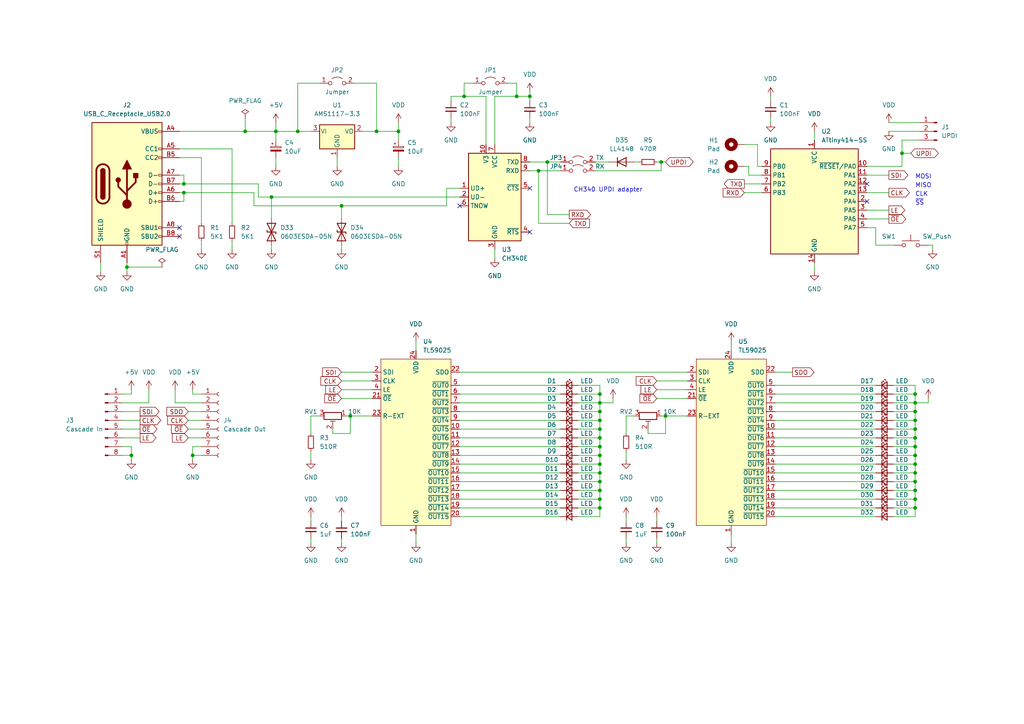
<source format=kicad_sch>
(kicad_sch (version 20211123) (generator eeschema)
  (paper "A4")
  (title_block (title "TL59025 Devboard") (date "2022-09-18") (rev "1") (company "Sleepy Pony Labs"))
  (junction (at 265.43 137.16))
  (junction (at 265.43 116.84))
  (junction (at 134.62 27.94))
  (junction (at 156.21 49.53))
  (junction (at 173.99 121.92))
  (junction (at 265.43 119.38))
  (junction (at 191.77 46.99))
  (junction (at 78.74 57.15))
  (junction (at 173.99 142.24))
  (junction (at 265.43 132.08))
  (junction (at 71.12 38.1))
  (junction (at 265.43 134.62))
  (junction (at 173.99 129.54))
  (junction (at 261.62 44.45))
  (junction (at 173.99 137.16))
  (junction (at 173.99 134.62))
  (junction (at 265.43 144.78))
  (junction (at 158.75 46.99))
  (junction (at 153.67 27.94))
  (junction (at 38.1 132.08))
  (junction (at 173.99 127))
  (junction (at 265.43 139.7))
  (junction (at 53.34 53.34))
  (junction (at 109.22 38.1))
  (junction (at 265.43 121.92))
  (junction (at 173.99 147.32))
  (junction (at 265.43 129.54))
  (junction (at 101.6 120.65))
  (junction (at 53.34 55.88))
  (junction (at 265.43 142.24))
  (junction (at 55.88 132.08))
  (junction (at 173.99 116.84))
  (junction (at 149.86 27.94))
  (junction (at 173.99 132.08))
  (junction (at 173.99 119.38))
  (junction (at 265.43 147.32))
  (junction (at 173.99 139.7))
  (junction (at 173.99 114.3))
  (junction (at 86.36 38.1))
  (junction (at 115.57 38.1))
  (junction (at 265.43 124.46))
  (junction (at 173.99 144.78))
  (junction (at 80.01 38.1))
  (junction (at 99.06 59.69))
  (junction (at 193.04 120.65))
  (junction (at 265.43 127))
  (junction (at 36.83 77.47))
  (junction (at 265.43 114.3))
  (junction (at 173.99 124.46))
  (no_connect (at 251.46 58.42))
  (no_connect (at 52.07 66.04))
  (no_connect (at 52.07 68.58))
  (no_connect (at 133.35 59.69))
  (no_connect (at 153.67 54.61))
  (no_connect (at 153.67 67.31))
  (no_connect (at 251.46 53.34))
  (wire (pts (xy 38.1 132.08) (xy 38.1 133.35)))
  (wire (pts (xy 73.66 59.69) (xy 99.06 59.69)))
  (wire (pts (xy 133.35 134.62) (xy 162.56 134.62)))
  (wire (pts (xy 224.79 149.86) (xy 254 149.86)))
  (wire (pts (xy 153.67 27.94) (xy 153.67 29.21)))
  (wire (pts (xy 86.36 24.13) (xy 86.36 38.1)))
  (wire (pts (xy 265.43 116.84) (xy 269.24 116.84)))
  (wire (pts (xy 212.09 99.06) (xy 212.09 101.6)))
  (wire (pts (xy 35.56 116.84) (xy 43.18 116.84)))
  (wire (pts (xy 143.51 27.94) (xy 143.51 41.91)))
  (wire (pts (xy 265.43 121.92) (xy 265.43 124.46)))
  (wire (pts (xy 52.07 45.72) (xy 58.42 45.72)))
  (wire (pts (xy 92.71 24.13) (xy 86.36 24.13)))
  (wire (pts (xy 96.52 124.46) (xy 96.52 125.73)))
  (wire (pts (xy 35.56 124.46) (xy 40.64 124.46)))
  (wire (pts (xy 173.99 149.86) (xy 167.64 149.86)))
  (wire (pts (xy 133.35 121.92) (xy 162.56 121.92)))
  (wire (pts (xy 97.79 45.72) (xy 97.79 48.26)))
  (wire (pts (xy 173.99 116.84) (xy 173.99 119.38)))
  (wire (pts (xy 173.99 137.16) (xy 173.99 139.7)))
  (wire (pts (xy 133.35 129.54) (xy 162.56 129.54)))
  (wire (pts (xy 191.77 46.99) (xy 193.04 46.99)))
  (wire (pts (xy 191.77 49.53) (xy 191.77 46.99)))
  (wire (pts (xy 269.24 71.12) (xy 270.51 71.12)))
  (wire (pts (xy 190.5 110.49) (xy 199.39 110.49)))
  (wire (pts (xy 129.54 54.61) (xy 133.35 54.61)))
  (wire (pts (xy 52.07 38.1) (xy 71.12 38.1)))
  (wire (pts (xy 265.43 119.38) (xy 265.43 121.92)))
  (wire (pts (xy 257.81 38.1) (xy 266.7 38.1)))
  (wire (pts (xy 190.5 149.86) (xy 190.5 151.13)))
  (wire (pts (xy 251.46 55.88) (xy 257.81 55.88)))
  (wire (pts (xy 38.1 114.3) (xy 38.1 113.03)))
  (wire (pts (xy 80.01 38.1) (xy 80.01 40.64)))
  (wire (pts (xy 35.56 119.38) (xy 40.64 119.38)))
  (wire (pts (xy 35.56 114.3) (xy 38.1 114.3)))
  (wire (pts (xy 35.56 121.92) (xy 40.64 121.92)))
  (wire (pts (xy 133.35 114.3) (xy 162.56 114.3)))
  (wire (pts (xy 74.93 57.15) (xy 78.74 57.15)))
  (wire (pts (xy 259.08 129.54) (xy 265.43 129.54)))
  (wire (pts (xy 38.1 129.54) (xy 38.1 132.08)))
  (wire (pts (xy 193.04 125.73) (xy 193.04 120.65)))
  (wire (pts (xy 167.64 124.46) (xy 173.99 124.46)))
  (wire (pts (xy 173.99 119.38) (xy 173.99 121.92)))
  (wire (pts (xy 99.06 107.95) (xy 107.95 107.95)))
  (wire (pts (xy 153.67 49.53) (xy 156.21 49.53)))
  (wire (pts (xy 173.99 114.3) (xy 173.99 116.84)))
  (wire (pts (xy 187.96 124.46) (xy 187.96 125.73)))
  (wire (pts (xy 265.43 137.16) (xy 265.43 139.7)))
  (wire (pts (xy 251.46 48.26) (xy 261.62 48.26)))
  (wire (pts (xy 158.75 62.23) (xy 165.1 62.23)))
  (wire (pts (xy 181.61 149.86) (xy 181.61 151.13)))
  (wire (pts (xy 265.43 139.7) (xy 265.43 142.24)))
  (wire (pts (xy 167.64 116.84) (xy 173.99 116.84)))
  (wire (pts (xy 181.61 130.81) (xy 181.61 133.35)))
  (wire (pts (xy 35.56 132.08) (xy 38.1 132.08)))
  (wire (pts (xy 100.33 120.65) (xy 101.6 120.65)))
  (wire (pts (xy 99.06 113.03) (xy 107.95 113.03)))
  (wire (pts (xy 261.62 44.45) (xy 261.62 40.64)))
  (wire (pts (xy 149.86 24.13) (xy 149.86 27.94)))
  (wire (pts (xy 115.57 35.56) (xy 115.57 38.1)))
  (wire (pts (xy 187.96 125.73) (xy 193.04 125.73)))
  (wire (pts (xy 74.93 53.34) (xy 74.93 57.15)))
  (wire (pts (xy 99.06 149.86) (xy 99.06 151.13)))
  (wire (pts (xy 224.79 107.95) (xy 229.87 107.95)))
  (wire (pts (xy 156.21 49.53) (xy 156.21 64.77)))
  (wire (pts (xy 90.17 120.65) (xy 90.17 125.73)))
  (wire (pts (xy 55.88 114.3) (xy 55.88 113.03)))
  (wire (pts (xy 184.15 46.99) (xy 185.42 46.99)))
  (wire (pts (xy 173.99 134.62) (xy 173.99 137.16)))
  (wire (pts (xy 193.04 120.65) (xy 199.39 120.65)))
  (wire (pts (xy 153.67 26.67) (xy 153.67 27.94)))
  (wire (pts (xy 102.87 24.13) (xy 109.22 24.13)))
  (wire (pts (xy 181.61 120.65) (xy 181.61 125.73)))
  (wire (pts (xy 259.08 127) (xy 265.43 127)))
  (wire (pts (xy 173.99 116.84) (xy 177.8 116.84)))
  (wire (pts (xy 224.79 119.38) (xy 254 119.38)))
  (wire (pts (xy 224.79 111.76) (xy 254 111.76)))
  (wire (pts (xy 212.09 154.94) (xy 212.09 157.48)))
  (wire (pts (xy 140.97 27.94) (xy 140.97 41.91)))
  (wire (pts (xy 58.42 69.85) (xy 58.42 72.39)))
  (wire (pts (xy 96.52 125.73) (xy 101.6 125.73)))
  (wire (pts (xy 217.17 50.8) (xy 220.98 50.8)))
  (wire (pts (xy 167.64 144.78) (xy 173.99 144.78)))
  (wire (pts (xy 224.79 137.16) (xy 254 137.16)))
  (wire (pts (xy 190.5 113.03) (xy 199.39 113.03)))
  (wire (pts (xy 251.46 50.8) (xy 257.81 50.8)))
  (wire (pts (xy 36.83 77.47) (xy 36.83 78.74)))
  (wire (pts (xy 257.81 35.56) (xy 266.7 35.56)))
  (wire (pts (xy 173.99 127) (xy 173.99 129.54)))
  (wire (pts (xy 224.79 139.7) (xy 254 139.7)))
  (wire (pts (xy 236.22 38.1) (xy 236.22 40.64)))
  (wire (pts (xy 224.79 127) (xy 254 127)))
  (wire (pts (xy 158.75 46.99) (xy 162.56 46.99)))
  (wire (pts (xy 269.24 116.84) (xy 269.24 115.57)))
  (wire (pts (xy 53.34 55.88) (xy 73.66 55.88)))
  (wire (pts (xy 133.35 149.86) (xy 162.56 149.86)))
  (wire (pts (xy 92.71 120.65) (xy 90.17 120.65)))
  (wire (pts (xy 259.08 142.24) (xy 265.43 142.24)))
  (wire (pts (xy 167.64 119.38) (xy 173.99 119.38)))
  (wire (pts (xy 134.62 27.94) (xy 140.97 27.94)))
  (wire (pts (xy 78.74 57.15) (xy 78.74 63.5)))
  (wire (pts (xy 167.64 121.92) (xy 173.99 121.92)))
  (wire (pts (xy 78.74 71.12) (xy 78.74 72.39)))
  (wire (pts (xy 261.62 40.64) (xy 266.7 40.64)))
  (wire (pts (xy 153.67 34.29) (xy 153.67 35.56)))
  (wire (pts (xy 224.79 124.46) (xy 254 124.46)))
  (wire (pts (xy 251.46 63.5) (xy 257.81 63.5)))
  (wire (pts (xy 133.35 111.76) (xy 162.56 111.76)))
  (wire (pts (xy 133.35 137.16) (xy 162.56 137.16)))
  (wire (pts (xy 130.81 27.94) (xy 134.62 27.94)))
  (wire (pts (xy 133.35 147.32) (xy 162.56 147.32)))
  (wire (pts (xy 137.16 24.13) (xy 134.62 24.13)))
  (wire (pts (xy 167.64 139.7) (xy 173.99 139.7)))
  (wire (pts (xy 219.71 48.26) (xy 220.98 48.26)))
  (wire (pts (xy 58.42 129.54) (xy 55.88 129.54)))
  (wire (pts (xy 167.64 142.24) (xy 173.99 142.24)))
  (wire (pts (xy 259.08 121.92) (xy 265.43 121.92)))
  (wire (pts (xy 52.07 43.18) (xy 67.31 43.18)))
  (wire (pts (xy 265.43 132.08) (xy 265.43 134.62)))
  (wire (pts (xy 101.6 125.73) (xy 101.6 120.65)))
  (wire (pts (xy 80.01 45.72) (xy 80.01 48.26)))
  (wire (pts (xy 86.36 38.1) (xy 90.17 38.1)))
  (wire (pts (xy 224.79 142.24) (xy 254 142.24)))
  (wire (pts (xy 190.5 46.99) (xy 191.77 46.99)))
  (wire (pts (xy 265.43 127) (xy 265.43 129.54)))
  (wire (pts (xy 173.99 124.46) (xy 173.99 127)))
  (wire (pts (xy 147.32 24.13) (xy 149.86 24.13)))
  (wire (pts (xy 172.72 46.99) (xy 176.53 46.99)))
  (wire (pts (xy 172.72 49.53) (xy 191.77 49.53)))
  (wire (pts (xy 58.42 114.3) (xy 55.88 114.3)))
  (wire (pts (xy 217.17 48.26) (xy 217.17 50.8)))
  (wire (pts (xy 133.35 142.24) (xy 162.56 142.24)))
  (wire (pts (xy 259.08 139.7) (xy 265.43 139.7)))
  (wire (pts (xy 265.43 147.32) (xy 265.43 149.86)))
  (wire (pts (xy 167.64 147.32) (xy 173.99 147.32)))
  (wire (pts (xy 265.43 111.76) (xy 265.43 114.3)))
  (wire (pts (xy 215.9 53.34) (xy 220.98 53.34)))
  (wire (pts (xy 224.79 132.08) (xy 254 132.08)))
  (wire (pts (xy 109.22 24.13) (xy 109.22 38.1)))
  (wire (pts (xy 265.43 124.46) (xy 265.43 127)))
  (wire (pts (xy 167.64 137.16) (xy 173.99 137.16)))
  (wire (pts (xy 215.9 48.26) (xy 217.17 48.26)))
  (wire (pts (xy 133.35 116.84) (xy 162.56 116.84)))
  (wire (pts (xy 224.79 116.84) (xy 254 116.84)))
  (wire (pts (xy 53.34 53.34) (xy 74.93 53.34)))
  (wire (pts (xy 133.35 107.95) (xy 199.39 107.95)))
  (wire (pts (xy 259.08 119.38) (xy 265.43 119.38)))
  (wire (pts (xy 101.6 120.65) (xy 107.95 120.65)))
  (wire (pts (xy 35.56 129.54) (xy 38.1 129.54)))
  (wire (pts (xy 58.42 45.72) (xy 58.42 64.77)))
  (wire (pts (xy 67.31 43.18) (xy 67.31 64.77)))
  (wire (pts (xy 173.99 139.7) (xy 173.99 142.24)))
  (wire (pts (xy 52.07 53.34) (xy 53.34 53.34)))
  (wire (pts (xy 224.79 121.92) (xy 254 121.92)))
  (wire (pts (xy 99.06 71.12) (xy 99.06 72.39)))
  (wire (pts (xy 54.61 124.46) (xy 58.42 124.46)))
  (wire (pts (xy 236.22 76.2) (xy 236.22 78.74)))
  (wire (pts (xy 58.42 116.84) (xy 50.8 116.84)))
  (wire (pts (xy 133.35 124.46) (xy 162.56 124.46)))
  (wire (pts (xy 90.17 156.21) (xy 90.17 157.48)))
  (wire (pts (xy 55.88 132.08) (xy 58.42 132.08)))
  (wire (pts (xy 115.57 38.1) (xy 115.57 40.64)))
  (wire (pts (xy 53.34 55.88) (xy 53.34 58.42)))
  (wire (pts (xy 167.64 111.76) (xy 173.99 111.76)))
  (wire (pts (xy 90.17 149.86) (xy 90.17 151.13)))
  (wire (pts (xy 130.81 34.29) (xy 130.81 35.56)))
  (wire (pts (xy 36.83 76.2) (xy 36.83 77.47)))
  (wire (pts (xy 177.8 116.84) (xy 177.8 115.57)))
  (wire (pts (xy 270.51 71.12) (xy 270.51 72.39)))
  (wire (pts (xy 173.99 111.76) (xy 173.99 114.3)))
  (wire (pts (xy 105.41 38.1) (xy 109.22 38.1)))
  (wire (pts (xy 153.67 27.94) (xy 149.86 27.94)))
  (wire (pts (xy 130.81 29.21) (xy 130.81 27.94)))
  (wire (pts (xy 71.12 34.29) (xy 71.12 38.1)))
  (wire (pts (xy 153.67 46.99) (xy 158.75 46.99)))
  (wire (pts (xy 129.54 59.69) (xy 129.54 54.61)))
  (wire (pts (xy 43.18 116.84) (xy 43.18 113.03)))
  (wire (pts (xy 265.43 149.86) (xy 259.08 149.86)))
  (wire (pts (xy 156.21 64.77) (xy 165.1 64.77)))
  (wire (pts (xy 158.75 46.99) (xy 158.75 62.23)))
  (wire (pts (xy 133.35 132.08) (xy 162.56 132.08)))
  (wire (pts (xy 224.79 147.32) (xy 254 147.32)))
  (wire (pts (xy 35.56 127) (xy 40.64 127)))
  (wire (pts (xy 259.08 134.62) (xy 265.43 134.62)))
  (wire (pts (xy 265.43 142.24) (xy 265.43 144.78)))
  (wire (pts (xy 29.21 76.2) (xy 29.21 78.74)))
  (wire (pts (xy 259.08 124.46) (xy 265.43 124.46)))
  (wire (pts (xy 133.35 127) (xy 162.56 127)))
  (wire (pts (xy 223.52 34.29) (xy 223.52 35.56)))
  (wire (pts (xy 80.01 38.1) (xy 86.36 38.1)))
  (wire (pts (xy 259.08 116.84) (xy 265.43 116.84)))
  (wire (pts (xy 99.06 59.69) (xy 99.06 63.5)))
  (wire (pts (xy 55.88 132.08) (xy 55.88 133.35)))
  (wire (pts (xy 99.06 156.21) (xy 99.06 157.48)))
  (wire (pts (xy 71.12 38.1) (xy 80.01 38.1)))
  (wire (pts (xy 67.31 69.85) (xy 67.31 72.39)))
  (wire (pts (xy 193.04 120.65) (xy 191.77 120.65)))
  (wire (pts (xy 115.57 45.72) (xy 115.57 48.26)))
  (wire (pts (xy 99.06 59.69) (xy 129.54 59.69)))
  (wire (pts (xy 120.65 99.06) (xy 120.65 101.6)))
  (wire (pts (xy 173.99 147.32) (xy 173.99 149.86)))
  (wire (pts (xy 90.17 130.81) (xy 90.17 133.35)))
  (wire (pts (xy 53.34 50.8) (xy 53.34 53.34)))
  (wire (pts (xy 265.43 134.62) (xy 265.43 137.16)))
  (wire (pts (xy 36.83 77.47) (xy 46.99 77.47)))
  (wire (pts (xy 99.06 115.57) (xy 107.95 115.57)))
  (wire (pts (xy 143.51 72.39) (xy 143.51 74.93)))
  (wire (pts (xy 259.08 137.16) (xy 265.43 137.16)))
  (wire (pts (xy 190.5 156.21) (xy 190.5 157.48)))
  (wire (pts (xy 99.06 110.49) (xy 107.95 110.49)))
  (wire (pts (xy 54.61 121.92) (xy 58.42 121.92)))
  (wire (pts (xy 224.79 134.62) (xy 254 134.62)))
  (wire (pts (xy 167.64 132.08) (xy 173.99 132.08)))
  (wire (pts (xy 259.08 114.3) (xy 265.43 114.3)))
  (wire (pts (xy 251.46 66.04) (xy 254 66.04)))
  (wire (pts (xy 224.79 144.78) (xy 254 144.78)))
  (wire (pts (xy 54.61 119.38) (xy 58.42 119.38)))
  (wire (pts (xy 167.64 127) (xy 173.99 127)))
  (wire (pts (xy 109.22 38.1) (xy 115.57 38.1)))
  (wire (pts (xy 265.43 116.84) (xy 265.43 119.38)))
  (wire (pts (xy 134.62 24.13) (xy 134.62 27.94)))
  (wire (pts (xy 173.99 121.92) (xy 173.99 124.46)))
  (wire (pts (xy 173.99 144.78) (xy 173.99 147.32)))
  (wire (pts (xy 224.79 114.3) (xy 254 114.3)))
  (wire (pts (xy 223.52 27.94) (xy 223.52 29.21)))
  (wire (pts (xy 215.9 55.88) (xy 220.98 55.88)))
  (wire (pts (xy 120.65 154.94) (xy 120.65 157.48)))
  (wire (pts (xy 133.35 119.38) (xy 162.56 119.38)))
  (wire (pts (xy 215.9 41.91) (xy 219.71 41.91)))
  (wire (pts (xy 259.08 132.08) (xy 265.43 132.08)))
  (wire (pts (xy 73.66 55.88) (xy 73.66 59.69)))
  (wire (pts (xy 173.99 129.54) (xy 173.99 132.08)))
  (wire (pts (xy 50.8 116.84) (xy 50.8 113.03)))
  (wire (pts (xy 133.35 144.78) (xy 162.56 144.78)))
  (wire (pts (xy 52.07 50.8) (xy 53.34 50.8)))
  (wire (pts (xy 173.99 142.24) (xy 173.99 144.78)))
  (wire (pts (xy 53.34 58.42) (xy 52.07 58.42)))
  (wire (pts (xy 167.64 134.62) (xy 173.99 134.62)))
  (wire (pts (xy 254 66.04) (xy 254 71.12)))
  (wire (pts (xy 224.79 129.54) (xy 254 129.54)))
  (wire (pts (xy 181.61 156.21) (xy 181.61 157.48)))
  (wire (pts (xy 78.74 57.15) (xy 133.35 57.15)))
  (wire (pts (xy 156.21 49.53) (xy 162.56 49.53)))
  (wire (pts (xy 265.43 114.3) (xy 265.43 116.84)))
  (wire (pts (xy 251.46 60.96) (xy 257.81 60.96)))
  (wire (pts (xy 133.35 139.7) (xy 162.56 139.7)))
  (wire (pts (xy 184.15 120.65) (xy 181.61 120.65)))
  (wire (pts (xy 259.08 111.76) (xy 265.43 111.76)))
  (wire (pts (xy 259.08 147.32) (xy 265.43 147.32)))
  (wire (pts (xy 54.61 127) (xy 58.42 127)))
  (wire (pts (xy 52.07 55.88) (xy 53.34 55.88)))
  (wire (pts (xy 55.88 129.54) (xy 55.88 132.08)))
  (wire (pts (xy 173.99 132.08) (xy 173.99 134.62)))
  (wire (pts (xy 254 71.12) (xy 259.08 71.12)))
  (wire (pts (xy 265.43 129.54) (xy 265.43 132.08)))
  (wire (pts (xy 261.62 44.45) (xy 264.16 44.45)))
  (wire (pts (xy 259.08 144.78) (xy 265.43 144.78)))
  (wire (pts (xy 149.86 27.94) (xy 143.51 27.94)))
  (wire (pts (xy 167.64 129.54) (xy 173.99 129.54)))
  (wire (pts (xy 190.5 115.57) (xy 199.39 115.57)))
  (wire (pts (xy 261.62 48.26) (xy 261.62 44.45)))
  (wire (pts (xy 219.71 41.91) (xy 219.71 48.26)))
  (wire (pts (xy 80.01 35.56) (xy 80.01 38.1)))
  (wire (pts (xy 265.43 144.78) (xy 265.43 147.32)))
  (wire (pts (xy 167.64 114.3) (xy 173.99 114.3)))
  (text "~{SS}" (at 265.43 59.69 0) (effects (font (size 1.27 1.27)) (justify left bottom)))
  (text "CH340 UPDI adapter" (at 166.37 55.88 0) (effects (font (size 1.27 1.27)) (justify left bottom)))
  (text "CLK" (at 265.43 57.15 0) (effects (font (size 1.27 1.27)) (justify left bottom)))
  (text "MISO" (at 265.43 54.61 0) (effects (font (size 1.27 1.27)) (justify left bottom)))
  (text "MOSI" (at 265.43 52.07 0) (effects (font (size 1.27 1.27)) (justify left bottom)))
  (global_label "TXD" (shape output) (at 215.9 53.34 180) (property "Intersheet References" "${INTERSHEET_REFS}" (effects hide)))
  (global_label "LE" (shape input) (at 190.5 113.03 180) (property "Intersheet References" "${INTERSHEET_REFS}" (effects hide)))
  (global_label "CLK" (shape input) (at 99.06 110.49 180) (property "Intersheet References" "${INTERSHEET_REFS}" (effects hide)))
  (global_label "CLK" (shape input) (at 54.61 121.92 180) (property "Intersheet References" "${INTERSHEET_REFS}" (effects hide)))
  (global_label "CLK" (shape input) (at 190.5 110.49 180) (property "Intersheet References" "${INTERSHEET_REFS}" (effects hide)))
  (global_label "~{OE}" (shape input) (at 99.06 115.57 180) (property "Intersheet References" "${INTERSHEET_REFS}" (effects hide)))
  (global_label "TXD" (shape input) (at 165.1 64.77 0) (property "Intersheet References" "${INTERSHEET_REFS}" (effects hide)))
  (global_label "SDO" (shape input) (at 54.61 119.38 180) (property "Intersheet References" "${INTERSHEET_REFS}" (effects hide)))
  (global_label "SDI" (shape output) (at 40.64 119.38 0) (property "Intersheet References" "${INTERSHEET_REFS}" (effects hide)))
  (global_label "CLK" (shape output) (at 257.81 55.88 0) (property "Intersheet References" "${INTERSHEET_REFS}" (effects hide)))
  (global_label "LE" (shape output) (at 257.81 60.96 0) (property "Intersheet References" "${INTERSHEET_REFS}" (effects hide)))
  (global_label "LE" (shape input) (at 99.06 113.03 180) (property "Intersheet References" "${INTERSHEET_REFS}" (effects hide)))
  (global_label "SDI" (shape input) (at 99.06 107.95 180) (property "Intersheet References" "${INTERSHEET_REFS}" (effects hide)))
  (global_label "RXD" (shape output) (at 165.1 62.23 0) (property "Intersheet References" "${INTERSHEET_REFS}" (effects hide)))
  (global_label "~{OE}" (shape output) (at 40.64 124.46 0) (property "Intersheet References" "${INTERSHEET_REFS}" (effects hide)))
  (global_label "UPDI" (shape bidirectional) (at 193.04 46.99 0) (property "Intersheet References" "${INTERSHEET_REFS}" (effects hide)))
  (global_label "~{OE}" (shape input) (at 190.5 115.57 180) (property "Intersheet References" "${INTERSHEET_REFS}" (effects hide)))
  (global_label "RXD" (shape input) (at 215.9 55.88 180) (property "Intersheet References" "${INTERSHEET_REFS}" (effects hide)))
  (global_label "~{OE}" (shape output) (at 257.81 63.5 0) (property "Intersheet References" "${INTERSHEET_REFS}" (effects hide)))
  (global_label "LE" (shape output) (at 40.64 127 0) (property "Intersheet References" "${INTERSHEET_REFS}" (effects hide)))
  (global_label "SDI" (shape output) (at 257.81 50.8 0) (property "Intersheet References" "${INTERSHEET_REFS}" (effects hide)))
  (global_label "SDO" (shape output) (at 229.87 107.95 0) (property "Intersheet References" "${INTERSHEET_REFS}" (effects hide)))
  (global_label "CLK" (shape output) (at 40.64 121.92 0) (property "Intersheet References" "${INTERSHEET_REFS}" (effects hide)))
  (global_label "~{OE}" (shape input) (at 54.61 124.46 180) (property "Intersheet References" "${INTERSHEET_REFS}" (effects hide)))
  (global_label "UPDI" (shape bidirectional) (at 264.16 44.45 0) (property "Intersheet References" "${INTERSHEET_REFS}" (effects hide)))
  (global_label "LE" (shape input) (at 54.61 127 180) (property "Intersheet References" "${INTERSHEET_REFS}" (effects hide)))
  (symbol (lib_id "Device:LED_Small") (at 165.1 111.76 0) (unit 1)
    (property "Reference" "D1" (at 160.02 110.49 0))
    (property "Value" "LED" (at 170.18 110.49 0))
    (property "Footprint" "LED_SMD:LED_0805_2012Metric" (effects hide))
  )
  (symbol (lib_id "Device:LED_Small") (at 165.1 134.62 0) (unit 1)
    (property "Reference" "D10" (at 160.02 133.35 0))
    (property "Value" "LED" (at 170.18 133.35 0))
    (property "Footprint" "LED_SMD:LED_0805_2012Metric" (effects hide))
  )
  (symbol (lib_id "power:+5V") (at 55.88 113.03 0) (unit 1)
    (property "Reference" "#PWR0137" (effects hide))
    (property "Value" "+5V" (at 55.88 107.95 0))
  )
  (symbol (lib_id "power:GND") (at 36.83 78.74 0) (unit 1)
    (property "Reference" "#PWR0103" (effects hide))
    (property "Value" "GND" (at 36.83 83.82 0))
  )
  (symbol (lib_id "power:VDD") (at 212.09 99.06 0) (unit 1)
    (property "Reference" "#PWR0125" (effects hide))
    (property "Value" "VDD" (at 212.09 93.98 0))
  )
  (symbol (lib_id "Device:R_Potentiometer_Trim") (at 96.52 120.65 270) (unit 1)
    (property "Reference" "RV1" (at 90.17 119.38 90))
    (property "Value" "10K" (at 102.87 119.38 90))
    (property "Footprint" "3362P:3362P_1" (effects hide))
  )
  (symbol (lib_id "Switch:SW_Push") (at 264.16 71.12 0) (unit 1)
    (property "Reference" "SW1" (at 257.81 68.58 0))
    (property "Value" "SW_Push" (at 271.78 68.58 0))
    (property "Footprint" "TS-1101:TS-1101" (effects hide))
  )
  (symbol (lib_id "Device:C_Small") (at 130.81 31.75 0) (unit 1)
    (property "Reference" "C2" (at 133.35 30.4862 0) (effects (justify left)))
    (property "Value" "100nF" (at 133.35 33.0262 0) (effects (justify left)))
    (property "Footprint" "Capacitor_SMD:C_0603_1608Metric" (effects hide))
  )
  (symbol (lib_id "power:+5V") (at 80.01 35.56 0) (unit 1)
    (property "Reference" "#PWR0105" (effects hide))
    (property "Value" "+5V" (at 80.01 30.48 0))
  )
  (symbol (lib_id "tl59025_devboard:TL59025") (at 120.65 127 0) (unit 1)
    (property "Reference" "U4" (at 122.6694 99.06 0) (effects (justify left)))
    (property "Value" "TL59025" (at 122.6694 101.6 0) (effects (justify left)))
    (property "Footprint" "Package_SO:QSOP-24_3.9x8.7mm_P0.635mm" (effects hide))
  )
  (symbol (lib_id "power:GND") (at 29.21 78.74 0) (unit 1)
    (property "Reference" "#PWR0104" (effects hide))
    (property "Value" "GND" (at 29.21 83.82 0))
  )
  (symbol (lib_id "Diode:LL4148") (at 180.34 46.99 0) (unit 1)
    (property "Reference" "D35" (at 180.34 40.64 0))
    (property "Value" "LL4148" (at 180.34 43.18 0))
    (property "Footprint" "Diode_SMD:D_MiniMELF" (effects hide))
    (property "Datasheet" "http://www.vishay.com/docs/85557/ll4148.pdf" (effects hide))
  )
  (symbol (lib_id "power:PWR_FLAG") (at 71.12 34.29 0) (unit 1)
    (property "Reference" "#FLG0101" (effects hide))
    (property "Value" "PWR_FLAG" (at 71.12 29.21 0))
  )
  (symbol (lib_id "power:GND") (at 99.06 157.48 0) (unit 1)
    (property "Reference" "#PWR0123" (effects hide))
    (property "Value" "GND" (at 99.06 162.56 0))
  )
  (symbol (lib_id "Device:R_Small") (at 67.31 67.31 0) (unit 1)
    (property "Reference" "R2" (at 69.85 66.0399 0) (effects (justify left)))
    (property "Value" "5K1" (at 69.85 68.5799 0) (effects (justify left)))
    (property "Footprint" "Resistor_SMD:R_0603_1608Metric" (effects hide))
  )
  (symbol (lib_id "Connector:Conn_01x08_Male") (at 30.48 121.92 0) (unit 1)
    (property "Reference" "J3" (at 19.05 121.92 0) (effects (justify left)))
    (property "Value" "Cascade In" (at 19.05 124.46 0) (effects (justify left)))
    (property "Footprint" "Connector_PinHeader_2.54mm:PinHeader_1x08_P2.54mm_Vertical" (effects hide))
  )
  (symbol (lib_id "Device:LED_Small") (at 165.1 129.54 0) (unit 1)
    (property "Reference" "D8" (at 160.02 128.27 0))
    (property "Value" "LED" (at 170.18 128.27 0))
    (property "Footprint" "LED_SMD:LED_0805_2012Metric" (effects hide))
  )
  (symbol (lib_id "Device:C_Small") (at 90.17 153.67 0) (unit 1)
    (property "Reference" "C6" (at 92.71 152.4062 0) (effects (justify left)))
    (property "Value" "1uF" (at 92.71 154.9462 0) (effects (justify left)))
    (property "Footprint" "Capacitor_SMD:C_0603_1608Metric" (effects hide))
  )
  (symbol (lib_id "Device:C_Small") (at 99.06 153.67 0) (unit 1)
    (property "Reference" "C7" (at 101.6 152.4062 0) (effects (justify left)))
    (property "Value" "100nF" (at 101.6 154.9462 0) (effects (justify left)))
    (property "Footprint" "Capacitor_SMD:C_0603_1608Metric" (effects hide))
  )
  (symbol (lib_id "power:VDD") (at 115.57 35.56 0) (unit 1)
    (property "Reference" "#PWR0117" (effects hide))
    (property "Value" "VDD" (at 115.57 30.48 0))
  )
  (symbol (lib_id "Jumper:Jumper_2_Open") (at 167.64 46.99 0) (unit 1)
    (property "Reference" "JP3" (at 161.29 45.72 0))
    (property "Value" "TX" (at 173.99 45.72 0))
    (property "Footprint" "Connector_PinHeader_2.54mm:PinHeader_1x02_P2.54mm_Vertical" (effects hide))
  )
  (symbol (lib_id "power:VDD") (at 120.65 99.06 0) (unit 1)
    (property "Reference" "#PWR0116" (effects hide))
    (property "Value" "VDD" (at 120.65 93.98 0))
  )
  (symbol (lib_id "power:GND") (at 120.65 157.48 0) (unit 1)
    (property "Reference" "#PWR0114" (effects hide))
    (property "Value" "GND" (at 120.65 162.56 0))
  )
  (symbol (lib_id "Device:LED_Small") (at 165.1 142.24 0) (unit 1)
    (property "Reference" "D13" (at 160.02 140.97 0))
    (property "Value" "LED" (at 170.18 140.97 0))
    (property "Footprint" "LED_SMD:LED_0805_2012Metric" (effects hide))
  )
  (symbol (lib_id "Device:LED_Small") (at 165.1 124.46 0) (unit 1)
    (property "Reference" "D6" (at 160.02 123.19 0))
    (property "Value" "LED" (at 170.18 123.19 0))
    (property "Footprint" "LED_SMD:LED_0805_2012Metric" (effects hide))
  )
  (symbol (lib_id "Device:D_TVS") (at 78.74 67.31 90) (unit 1)
    (property "Reference" "D33" (at 81.28 66.0399 90) (effects (justify right)))
    (property "Value" "0603ESDA-05N" (at 81.28 68.5799 90) (effects (justify right)))
    (property "Footprint" "Diode_SMD:D_0603_1608Metric" (effects hide))
  )
  (symbol (lib_id "Device:R_Small") (at 58.42 67.31 0) (unit 1)
    (property "Reference" "R1" (at 60.96 66.0399 0) (effects (justify left)))
    (property "Value" "5K1" (at 60.96 68.5799 0) (effects (justify left)))
    (property "Footprint" "Resistor_SMD:R_0603_1608Metric" (effects hide))
  )
  (symbol (lib_id "power:VDD") (at 269.24 115.57 0) (unit 1)
    (property "Reference" "#PWR0132" (effects hide))
    (property "Value" "VDD" (at 269.24 110.49 0))
  )
  (symbol (lib_id "Mechanical:MountingHole_Pad") (at 213.36 41.91 90) (unit 1)
    (property "Reference" "H1" (at 207.01 40.64 90))
    (property "Value" "Pad" (at 207.01 43.18 90))
    (property "Footprint" "TestPoint:TestPoint_Pad_D1.0mm" (effects hide))
  )
  (symbol (lib_id "power:GND") (at 130.81 35.56 0) (unit 1)
    (property "Reference" "#PWR0106" (effects hide))
    (property "Value" "GND" (at 130.81 40.64 0))
  )
  (symbol (lib_id "Device:LED_Small") (at 256.54 142.24 0) (unit 1)
    (property "Reference" "D29" (at 251.46 140.97 0))
    (property "Value" "LED" (at 261.62 140.97 0))
    (property "Footprint" "LED_SMD:LED_0805_2012Metric" (effects hide))
  )
  (symbol (lib_id "Device:R_Small") (at 181.61 128.27 0) (unit 1)
    (property "Reference" "R4" (at 184.15 126.9999 0) (effects (justify left)))
    (property "Value" "510R" (at 184.15 129.5399 0) (effects (justify left)))
    (property "Footprint" "Resistor_SMD:R_0603_1608Metric" (effects hide))
  )
  (symbol (lib_id "power:VDD") (at 177.8 115.57 0) (unit 1)
    (property "Reference" "#PWR0120" (effects hide))
    (property "Value" "VDD" (at 177.8 110.49 0))
  )
  (symbol (lib_id "Jumper:Jumper_2_Open") (at 142.24 24.13 0) (unit 1)
    (property "Reference" "JP1" (at 142.24 20.32 0))
    (property "Value" "Jumper" (at 142.24 26.67 0))
    (property "Footprint" "Jumper:SolderJumper-2_P1.3mm_Open_Pad1.0x1.5mm" (effects hide))
  )
  (symbol (lib_id "power:GND") (at 257.81 38.1 0) (unit 1)
    (property "Reference" "#PWR0131" (effects hide))
    (property "Value" "GND" (at 257.81 43.18 0))
  )
  (symbol (lib_id "power:VDD") (at 236.22 38.1 0) (unit 1)
    (property "Reference" "#PWR0128" (effects hide))
    (property "Value" "VDD" (at 236.22 33.02 0))
  )
  (symbol (lib_id "MCU_Microchip_ATtiny:ATtiny414-SS") (at 236.22 58.42 0) (unit 1)
    (property "Reference" "U2" (at 238.2394 38.1 0) (effects (justify left)))
    (property "Value" "ATtiny414-SS" (at 238.2394 40.64 0) (effects (justify left)))
    (property "Footprint" "Package_SO:SOIC-14_3.9x8.7mm_P1.27mm" (effects hide))
    (property "Datasheet" "http://ww1.microchip.com/downloads/en/DeviceDoc/40001912A.pdf" (effects hide))
  )
  (symbol (lib_id "power:GND") (at 78.74 72.39 0) (unit 1)
    (property "Reference" "#PWR0143" (effects hide))
    (property "Value" "GND" (at 78.74 77.47 0))
  )
  (symbol (lib_id "Device:LED_Small") (at 256.54 139.7 0) (unit 1)
    (property "Reference" "D28" (at 251.46 138.43 0))
    (property "Value" "LED" (at 261.62 138.43 0))
    (property "Footprint" "LED_SMD:LED_0805_2012Metric" (effects hide))
  )
  (symbol (lib_id "Device:LED_Small") (at 256.54 134.62 0) (unit 1)
    (property "Reference" "D26" (at 251.46 133.35 0))
    (property "Value" "LED" (at 261.62 133.35 0))
    (property "Footprint" "LED_SMD:LED_0805_2012Metric" (effects hide))
  )
  (symbol (lib_id "Device:R_Small") (at 90.17 128.27 0) (unit 1)
    (property "Reference" "R3" (at 92.71 126.9999 0) (effects (justify left)))
    (property "Value" "510R" (at 92.71 129.5399 0) (effects (justify left)))
    (property "Footprint" "Resistor_SMD:R_0603_1608Metric" (effects hide))
  )
  (symbol (lib_id "Regulator_Linear:AMS1117-3.3") (at 97.79 38.1 0) (unit 1)
    (property "Reference" "U1" (at 97.79 30.48 0))
    (property "Value" "AMS1117-3.3" (at 97.79 33.02 0))
    (property "Footprint" "Package_TO_SOT_SMD:SOT-223-3_TabPin2" (effects hide))
    (property "Datasheet" "http://www.advanced-monolithic.com/pdf/ds1117.pdf" (effects hide))
  )
  (symbol (lib_id "power:VDD") (at 50.8 113.03 0) (unit 1)
    (property "Reference" "#PWR0138" (effects hide))
    (property "Value" "VDD" (at 50.8 107.95 0))
  )
  (symbol (lib_id "Device:R_Potentiometer_Trim") (at 187.96 120.65 270) (unit 1)
    (property "Reference" "RV2" (at 181.61 119.38 90))
    (property "Value" "10K" (at 194.31 119.38 90))
    (property "Footprint" "3362P:3362P_1" (effects hide))
  )
  (symbol (lib_id "power:GND") (at 58.42 72.39 0) (unit 1)
    (property "Reference" "#PWR0102" (effects hide))
    (property "Value" "GND" (at 58.42 77.47 0))
  )
  (symbol (lib_id "power:GND") (at 270.51 72.39 0) (unit 1)
    (property "Reference" "#PWR0144" (effects hide))
    (property "Value" "GND" (at 270.51 77.47 0))
  )
  (symbol (lib_id "Device:LED_Small") (at 165.1 149.86 0) (unit 1)
    (property "Reference" "D16" (at 160.02 148.59 0))
    (property "Value" "LED" (at 170.18 148.59 0))
    (property "Footprint" "LED_SMD:LED_0805_2012Metric" (effects hide))
  )
  (symbol (lib_id "Device:LED_Small") (at 256.54 129.54 0) (unit 1)
    (property "Reference" "D24" (at 251.46 128.27 0))
    (property "Value" "LED" (at 261.62 128.27 0))
    (property "Footprint" "LED_SMD:LED_0805_2012Metric" (effects hide))
  )
  (symbol (lib_id "power:+5V") (at 38.1 113.03 0) (unit 1)
    (property "Reference" "#PWR0140" (effects hide))
    (property "Value" "+5V" (at 38.1 107.95 0))
  )
  (symbol (lib_id "Device:LED_Small") (at 165.1 119.38 0) (unit 1)
    (property "Reference" "D4" (at 160.02 118.11 0))
    (property "Value" "LED" (at 170.18 118.11 0))
    (property "Footprint" "LED_SMD:LED_0805_2012Metric" (effects hide))
  )
  (symbol (lib_id "power:GND") (at 97.79 48.26 0) (unit 1)
    (property "Reference" "#PWR0118" (effects hide))
    (property "Value" "GND" (at 97.79 53.34 0))
  )
  (symbol (lib_id "Device:LED_Small") (at 165.1 132.08 0) (unit 1)
    (property "Reference" "D9" (at 160.02 130.81 0))
    (property "Value" "LED" (at 170.18 130.81 0))
    (property "Footprint" "LED_SMD:LED_0805_2012Metric" (effects hide))
  )
  (symbol (lib_id "Device:LED_Small") (at 165.1 147.32 0) (unit 1)
    (property "Reference" "D15" (at 160.02 146.05 0))
    (property "Value" "LED" (at 170.18 146.05 0))
    (property "Footprint" "LED_SMD:LED_0805_2012Metric" (effects hide))
  )
  (symbol (lib_id "Device:LED_Small") (at 165.1 144.78 0) (unit 1)
    (property "Reference" "D14" (at 160.02 143.51 0))
    (property "Value" "LED" (at 170.18 143.51 0))
    (property "Footprint" "LED_SMD:LED_0805_2012Metric" (effects hide))
  )
  (symbol (lib_id "Device:LED_Small") (at 256.54 119.38 0) (unit 1)
    (property "Reference" "D20" (at 251.46 118.11 0))
    (property "Value" "LED" (at 261.62 118.11 0))
    (property "Footprint" "LED_SMD:LED_0805_2012Metric" (effects hide))
  )
  (symbol (lib_id "Connector:USB_C_Receptacle_USB2.0") (at 36.83 53.34 0) (unit 1)
    (property "Reference" "J2" (at 36.83 30.48 0))
    (property "Value" "USB_C_Receptacle_USB2.0" (at 36.83 33.02 0))
    (property "Footprint" "TL59025_devboard:USB_C_Receptacle_HRO_TYPE-C-31-M-12_NO_SBU_CircularHoles" (effects hide))
    (property "Datasheet" "https://www.usb.org/sites/default/files/documents/usb_type-c.zip" (effects hide))
  )
  (symbol (lib_id "Device:LED_Small") (at 256.54 137.16 0) (unit 1)
    (property "Reference" "D27" (at 251.46 135.89 0))
    (property "Value" "LED" (at 261.62 135.89 0))
    (property "Footprint" "LED_SMD:LED_0805_2012Metric" (effects hide))
  )
  (symbol (lib_id "Device:LED_Small") (at 256.54 114.3 0) (unit 1)
    (property "Reference" "D18" (at 251.46 113.03 0))
    (property "Value" "LED" (at 261.62 113.03 0))
    (property "Footprint" "LED_SMD:LED_0805_2012Metric" (effects hide))
  )
  (symbol (lib_id "power:GND") (at 153.67 35.56 0) (unit 1)
    (property "Reference" "#PWR0107" (effects hide))
    (property "Value" "GND" (at 153.67 40.64 0))
  )
  (symbol (lib_id "power:PWR_FLAG") (at 46.99 77.47 0) (unit 1)
    (property "Reference" "#FLG0102" (effects hide))
    (property "Value" "PWR_FLAG" (at 46.99 72.39 0))
  )
  (symbol (lib_id "power:GND") (at 90.17 133.35 0) (unit 1)
    (property "Reference" "#PWR0115" (effects hide))
    (property "Value" "GND" (at 90.17 138.43 0))
  )
  (symbol (lib_id "power:VDD") (at 153.67 26.67 0) (unit 1)
    (property "Reference" "#PWR0109" (effects hide))
    (property "Value" "VDD" (at 153.67 21.59 0))
  )
  (symbol (lib_id "Connector:Conn_01x08_Female") (at 63.5 121.92 0) (unit 1)
    (property "Reference" "J4" (at 64.77 121.9199 0) (effects (justify left)))
    (property "Value" "Cascade Out" (at 64.77 124.4599 0) (effects (justify left)))
    (property "Footprint" "Connector_PinSocket_2.54mm:PinSocket_1x08_P2.54mm_Vertical" (effects hide))
  )
  (symbol (lib_id "power:GND") (at 181.61 133.35 0) (unit 1)
    (property "Reference" "#PWR0121" (effects hide))
    (property "Value" "GND" (at 181.61 138.43 0))
  )
  (symbol (lib_id "Device:LED_Small") (at 256.54 121.92 0) (unit 1)
    (property "Reference" "D21" (at 251.46 120.65 0))
    (property "Value" "LED" (at 261.62 120.65 0))
    (property "Footprint" "LED_SMD:LED_0805_2012Metric" (effects hide))
  )
  (symbol (lib_id "power:GND") (at 212.09 157.48 0) (unit 1)
    (property "Reference" "#PWR0124" (effects hide))
    (property "Value" "GND" (at 212.09 162.56 0))
  )
  (symbol (lib_id "power:GND") (at 55.88 133.35 0) (unit 1)
    (property "Reference" "#PWR0136" (effects hide))
    (property "Value" "GND" (at 55.88 138.43 0))
  )
  (symbol (lib_id "power:VDD") (at 90.17 149.86 0) (unit 1)
    (property "Reference" "#PWR0112" (effects hide))
    (property "Value" "VDD" (at 90.17 144.78 0))
  )
  (symbol (lib_id "Device:LED_Small") (at 165.1 114.3 0) (unit 1)
    (property "Reference" "D2" (at 160.02 113.03 0))
    (property "Value" "LED" (at 170.18 113.03 0))
    (property "Footprint" "LED_SMD:LED_0805_2012Metric" (effects hide))
  )
  (symbol (lib_id "power:GND") (at 236.22 78.74 0) (unit 1)
    (property "Reference" "#PWR0126" (effects hide))
    (property "Value" "GND" (at 236.22 83.82 0))
  )
  (symbol (lib_id "power:GND") (at 181.61 157.48 0) (unit 1)
    (property "Reference" "#PWR0133" (effects hide))
    (property "Value" "GND" (at 181.61 162.56 0))
  )
  (symbol (lib_id "Device:D_TVS") (at 99.06 67.31 90) (unit 1)
    (property "Reference" "D34" (at 101.6 66.0399 90) (effects (justify right)))
    (property "Value" "0603ESDA-05N" (at 101.6 68.5799 90) (effects (justify right)))
    (property "Footprint" "Diode_SMD:D_0603_1608Metric" (effects hide))
  )
  (symbol (lib_id "Device:LED_Small") (at 165.1 127 0) (unit 1)
    (property "Reference" "D7" (at 160.02 125.73 0))
    (property "Value" "LED" (at 170.18 125.73 0))
    (property "Footprint" "LED_SMD:LED_0805_2012Metric" (effects hide))
  )
  (symbol (lib_id "Device:LED_Small") (at 165.1 116.84 0) (unit 1)
    (property "Reference" "D3" (at 160.02 115.57 0))
    (property "Value" "LED" (at 170.18 115.57 0))
    (property "Footprint" "LED_SMD:LED_0805_2012Metric" (effects hide))
  )
  (symbol (lib_id "Device:C_Small") (at 153.67 31.75 0) (unit 1)
    (property "Reference" "C3" (at 156.21 30.4862 0) (effects (justify left)))
    (property "Value" "100nF" (at 156.21 33.0262 0) (effects (justify left)))
    (property "Footprint" "Capacitor_SMD:C_0603_1608Metric" (effects hide))
  )
  (symbol (lib_id "power:VDD") (at 99.06 149.86 0) (unit 1)
    (property "Reference" "#PWR0122" (effects hide))
    (property "Value" "VDD" (at 99.06 144.78 0))
  )
  (symbol (lib_id "Device:LED_Small") (at 256.54 111.76 0) (unit 1)
    (property "Reference" "D17" (at 251.46 110.49 0))
    (property "Value" "LED" (at 261.62 110.49 0))
    (property "Footprint" "LED_SMD:LED_0805_2012Metric" (effects hide))
  )
  (symbol (lib_id "Device:LED_Small") (at 256.54 132.08 0) (unit 1)
    (property "Reference" "D25" (at 251.46 130.81 0))
    (property "Value" "LED" (at 261.62 130.81 0))
    (property "Footprint" "LED_SMD:LED_0805_2012Metric" (effects hide))
  )
  (symbol (lib_id "power:GND") (at 80.01 48.26 0) (unit 1)
    (property "Reference" "#PWR0110" (effects hide))
    (property "Value" "GND" (at 80.01 53.34 0))
  )
  (symbol (lib_id "Device:C_Polarized_Small") (at 115.57 43.18 0) (unit 1)
    (property "Reference" "C5" (at 118.11 41.3638 0) (effects (justify left)))
    (property "Value" "10uF" (at 118.11 43.9038 0) (effects (justify left)))
    (property "Footprint" "Capacitor_THT:CP_Radial_D5.0mm_P2.00mm" (effects hide))
  )
  (symbol (lib_id "power:VDD") (at 43.18 113.03 0) (unit 1)
    (property "Reference" "#PWR0141" (effects hide))
    (property "Value" "VDD" (at 43.18 107.95 0))
  )
  (symbol (lib_id "Device:LED_Small") (at 256.54 124.46 0) (unit 1)
    (property "Reference" "D22" (at 251.46 123.19 0))
    (property "Value" "LED" (at 261.62 123.19 0))
    (property "Footprint" "LED_SMD:LED_0805_2012Metric" (effects hide))
  )
  (symbol (lib_id "Device:C_Small") (at 223.52 31.75 0) (unit 1)
    (property "Reference" "C1" (at 226.06 30.4862 0) (effects (justify left)))
    (property "Value" "100nF" (at 226.06 33.0262 0) (effects (justify left)))
    (property "Footprint" "Capacitor_SMD:C_0603_1608Metric" (effects hide))
  )
  (symbol (lib_id "power:GND") (at 38.1 133.35 0) (unit 1)
    (property "Reference" "#PWR0139" (effects hide))
    (property "Value" "GND" (at 38.1 138.43 0))
  )
  (symbol (lib_id "Device:LED_Small") (at 256.54 149.86 0) (unit 1)
    (property "Reference" "D32" (at 251.46 148.59 0))
    (property "Value" "LED" (at 261.62 148.59 0))
    (property "Footprint" "LED_SMD:LED_0805_2012Metric" (effects hide))
  )
  (symbol (lib_id "Device:C_Polarized_Small") (at 80.01 43.18 0) (unit 1)
    (property "Reference" "C4" (at 82.55 41.3638 0) (effects (justify left)))
    (property "Value" "10uF" (at 82.55 43.9038 0) (effects (justify left)))
    (property "Footprint" "Capacitor_THT:CP_Radial_D5.0mm_P2.00mm" (effects hide))
  )
  (symbol (lib_id "power:GND") (at 190.5 157.48 0) (unit 1)
    (property "Reference" "#PWR0135" (effects hide))
    (property "Value" "GND" (at 190.5 162.56 0))
  )
  (symbol (lib_id "Device:LED_Small") (at 165.1 121.92 0) (unit 1)
    (property "Reference" "D5" (at 160.02 120.65 0))
    (property "Value" "LED" (at 170.18 120.65 0))
    (property "Footprint" "LED_SMD:LED_0805_2012Metric" (effects hide))
  )
  (symbol (lib_id "Device:R_Small") (at 187.96 46.99 90) (unit 1)
    (property "Reference" "R5" (at 187.96 40.64 90))
    (property "Value" "470R" (at 187.96 43.18 90))
    (property "Footprint" "Resistor_SMD:R_0603_1608Metric" (effects hide))
  )
  (symbol (lib_id "power:GND") (at 223.52 35.56 0) (unit 1)
    (property "Reference" "#PWR0127" (effects hide))
    (property "Value" "GND" (at 223.52 40.64 0))
  )
  (symbol (lib_id "Device:LED_Small") (at 165.1 137.16 0) (unit 1)
    (property "Reference" "D11" (at 160.02 135.89 0))
    (property "Value" "LED" (at 170.18 135.89 0))
    (property "Footprint" "LED_SMD:LED_0805_2012Metric" (effects hide))
  )
  (symbol (lib_id "Mechanical:MountingHole_Pad") (at 213.36 48.26 90) (unit 1)
    (property "Reference" "H2" (at 207.01 46.99 90))
    (property "Value" "Pad" (at 207.01 49.53 90))
    (property "Footprint" "TestPoint:TestPoint_Pad_D1.0mm" (effects hide))
  )
  (symbol (lib_id "Device:LED_Small") (at 165.1 139.7 0) (unit 1)
    (property "Reference" "D12" (at 160.02 138.43 0))
    (property "Value" "LED" (at 170.18 138.43 0))
    (property "Footprint" "LED_SMD:LED_0805_2012Metric" (effects hide))
  )
  (symbol (lib_id "power:GND") (at 99.06 72.39 0) (unit 1)
    (property "Reference" "#PWR0142" (effects hide))
    (property "Value" "GND" (at 99.06 77.47 0))
  )
  (symbol (lib_id "Jumper:Jumper_2_Open") (at 167.64 49.53 0) (unit 1)
    (property "Reference" "JP4" (at 161.29 48.26 0))
    (property "Value" "RX" (at 173.99 48.26 0))
    (property "Footprint" "Connector_PinHeader_2.54mm:PinHeader_1x02_P2.54mm_Vertical" (effects hide))
  )
  (symbol (lib_id "Device:C_Small") (at 190.5 153.67 0) (unit 1)
    (property "Reference" "C9" (at 193.04 152.4062 0) (effects (justify left)))
    (property "Value" "100nF" (at 193.04 154.9462 0) (effects (justify left)))
    (property "Footprint" "Capacitor_SMD:C_0603_1608Metric" (effects hide))
  )
  (symbol (lib_id "Connector:Conn_01x03_Male") (at 271.78 38.1 0) (mirror y) (unit 1)
    (property "Reference" "J1" (at 273.05 36.8299 0) (effects (justify right)))
    (property "Value" "UPDI" (at 273.05 39.3699 0) (effects (justify right)))
    (property "Footprint" "Connector_PinHeader_2.54mm:PinHeader_1x03_P2.54mm_Vertical" (effects hide))
  )
  (symbol (lib_id "power:VDD") (at 190.5 149.86 0) (unit 1)
    (property "Reference" "#PWR0111" (effects hide))
    (property "Value" "VDD" (at 190.5 144.78 0))
  )
  (symbol (lib_id "power:VDD") (at 181.61 149.86 0) (unit 1)
    (property "Reference" "#PWR0134" (effects hide))
    (property "Value" "VDD" (at 181.61 144.78 0))
  )
  (symbol (lib_id "Device:LED_Small") (at 256.54 147.32 0) (unit 1)
    (property "Reference" "D31" (at 251.46 146.05 0))
    (property "Value" "LED" (at 261.62 146.05 0))
    (property "Footprint" "LED_SMD:LED_0805_2012Metric" (effects hide))
  )
  (symbol (lib_id "power:GND") (at 143.51 74.93 0) (unit 1)
    (property "Reference" "#PWR0108" (effects hide))
    (property "Value" "GND" (at 143.51 80.01 0))
  )
  (symbol (lib_id "power:VDD") (at 223.52 27.94 0) (unit 1)
    (property "Reference" "#PWR0129" (effects hide))
    (property "Value" "VDD" (at 223.52 22.86 0))
  )
  (symbol (lib_id "Jumper:Jumper_2_Open") (at 97.79 24.13 0) (unit 1)
    (property "Reference" "JP2" (at 97.79 20.32 0))
    (property "Value" "Jumper" (at 97.79 26.67 0))
    (property "Footprint" "Jumper:SolderJumper-2_P1.3mm_Open_Pad1.0x1.5mm" (effects hide))
  )
  (symbol (lib_id "Device:C_Small") (at 181.61 153.67 0) (unit 1)
    (property "Reference" "C8" (at 184.15 152.4062 0) (effects (justify left)))
    (property "Value" "1uF" (at 184.15 154.9462 0) (effects (justify left)))
    (property "Footprint" "Capacitor_SMD:C_0603_1608Metric" (effects hide))
  )
  (symbol (lib_id "Interface_USB:CH340E") (at 143.51 57.15 0) (unit 1)
    (property "Reference" "U3" (at 145.5294 72.39 0) (effects (justify left)))
    (property "Value" "CH340E" (at 145.5294 74.93 0) (effects (justify left)))
    (property "Footprint" "Package_SO:MSOP-10_3x3mm_P0.5mm" (effects hide))
    (property "Datasheet" "https://www.mpja.com/download/35227cpdata.pdf" (effects hide))
  )
  (symbol (lib_id "power:GND") (at 67.31 72.39 0) (unit 1)
    (property "Reference" "#PWR0101" (effects hide))
    (property "Value" "GND" (at 67.31 77.47 0))
  )
  (symbol (lib_id "power:GND") (at 90.17 157.48 0) (unit 1)
    (property "Reference" "#PWR0113" (effects hide))
    (property "Value" "GND" (at 90.17 162.56 0))
  )
  (symbol (lib_id "tl59025_devboard:TL59025") (at 212.09 127 0) (unit 1)
    (property "Reference" "U5" (at 214.1094 99.06 0) (effects (justify left)))
    (property "Value" "TL59025" (at 214.1094 101.6 0) (effects (justify left)))
    (property "Footprint" "Package_SO:QSOP-24_3.9x8.7mm_P0.635mm" (effects hide))
  )
  (symbol (lib_id "power:VDD") (at 257.81 35.56 0) (unit 1)
    (property "Reference" "#PWR0130" (effects hide))
    (property "Value" "VDD" (at 257.81 30.48 0))
  )
  (symbol (lib_id "Device:LED_Small") (at 256.54 144.78 0) (unit 1)
    (property "Reference" "D30" (at 251.46 143.51 0))
    (property "Value" "LED" (at 261.62 143.51 0))
    (property "Footprint" "LED_SMD:LED_0805_2012Metric" (effects hide))
  )
  (symbol (lib_id "power:GND") (at 115.57 48.26 0) (unit 1)
    (property "Reference" "#PWR0119" (effects hide))
    (property "Value" "GND" (at 115.57 53.34 0))
  )
  (symbol (lib_id "Device:LED_Small") (at 256.54 116.84 0) (unit 1)
    (property "Reference" "D19" (at 251.46 115.57 0))
    (property "Value" "LED" (at 261.62 115.57 0))
    (property "Footprint" "LED_SMD:LED_0805_2012Metric" (effects hide))
  )
  (symbol (lib_id "Device:LED_Small") (at 256.54 127 0) (unit 1)
    (property "Reference" "D23" (at 251.46 125.73 0))
    (property "Value" "LED" (at 261.62 125.73 0))
    (property "Footprint" "LED_SMD:LED_0805_2012Metric" (effects hide))
  )
)
</source>
